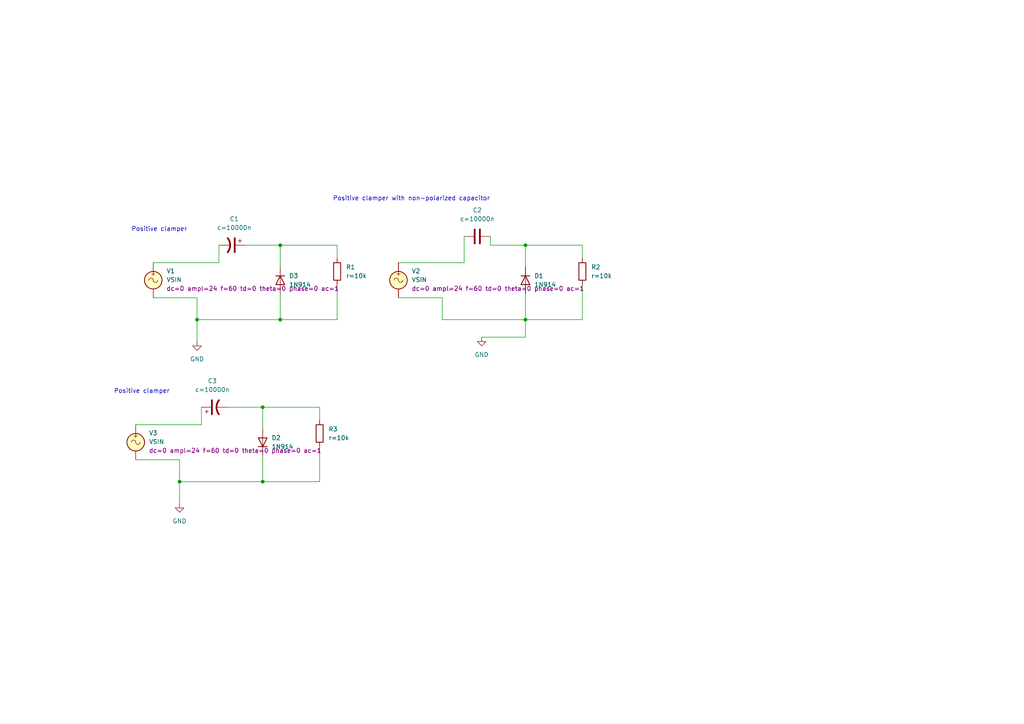
<source format=kicad_sch>
(kicad_sch (version 20230121) (generator eeschema)
  (paper "A4")
  (lib_symbols
    (symbol "Device:C" (pin_numbers hide) (pin_names (offset 0.254))
      (property "Reference" "C" (at 0.635 2.54 0))
      (property "Value" "C" (at 0.635 -2.54 0))
      (symbol "C_0_1"
        (polyline (pts (xy -2.032 -0.762) (xy 2.032 -0.762)) (stroke (width 0.508)))
        (polyline (pts (xy -2.032 0.762) (xy 2.032 0.762)) (stroke (width 0.508)))
      )
      (symbol "C_1_1"
        (pin passive line (at 0 3.81 270) (length 2.794) (name "~") (number "1"))
        (pin passive line (at 0 -3.81 90) (length 2.794) (name "~") (number "2"))
      )
    )
    (symbol "Device:C_Polarized_US" (pin_numbers hide) (pin_names (offset 0.254) hide)
      (property "Reference" "C" (at 0.635 2.54 0))
      (property "Value" "C_Polarized_US" (at 0.635 -2.54 0))
      (symbol "C_Polarized_US_0_1"
        (polyline (pts (xy -2.032 0.762) (xy 2.032 0.762)) (stroke (width 0.508)))
        (polyline (pts (xy -1.778 2.286) (xy -0.762 2.286)))
        (polyline (pts (xy -1.27 1.778) (xy -1.27 2.794)))
        (arc (start 2.032 -1.27) (mid 0 -0.5572) (end -2.032 -1.27) (stroke (width 0.508)))
      )
      (symbol "C_Polarized_US_1_1"
        (pin passive line (at 0 3.81 270) (length 2.794) (name "~") (number "1"))
        (pin passive line (at 0 -3.81 90) (length 3.302) (name "~") (number "2"))
      )
    )
    (symbol "Device:R" (pin_numbers hide) (pin_names (offset 0))
      (property "Reference" "R" (at 2.032 0 90))
      (property "Value" "R" (at 0 0 90))
      (symbol "R_0_1"
        (rectangle (start -1.016 -2.54) (end 1.016 2.54) (stroke (width 0.254)))
      )
      (symbol "R_1_1"
        (pin passive line (at 0 3.81 270) (length 1.27) (name "~") (number "1"))
        (pin passive line (at 0 -3.81 90) (length 1.27) (name "~") (number "2"))
      )
    )
    (symbol "Diode:1N914" (pin_numbers hide) (pin_names hide)
      (property "Reference" "D" (at 0 2.54 0))
      (property "Value" "1N914" (at 0 -2.54 0))
      (symbol "1N914_0_1"
        (polyline (pts (xy -1.27 1.27) (xy -1.27 -1.27)) (stroke (width 0.254)))
        (polyline (pts (xy 1.27 0) (xy -1.27 0)))
        (polyline (pts (xy 1.27 1.27) (xy 1.27 -1.27) (xy -1.27 0) (xy 1.27 1.27)) (stroke (width 0.254)))
      )
      (symbol "1N914_1_1"
        (pin passive line (at -3.81 0 0) (length 2.54) (name "K") (number "1"))
        (pin passive line (at 3.81 0 180) (length 2.54) (name "A") (number "2"))
      )
    )
    (symbol "Simulation_SPICE:VSIN" (pin_numbers hide) (pin_names (offset 0.0254))
      (property "Reference" "V" (at 2.54 2.54 0))
      (property "Value" "VSIN" (at 2.54 0 0))
      (property "Sim.Params" "dc=0 ampl=1 f=1k ac=1" (at 2.54 -2.54 0))
      (symbol "VSIN_0_0"
        (arc (start 0 0) (mid -0.635 0.6323) (end -1.27 0))
        (arc (start 0 0) (mid 0.635 -0.6323) (end 1.27 0))
        (text "+" (at 0 1.905 0) (effects (font (size 1.27 1.27))))
      )
      (symbol "VSIN_0_1"
        (circle (center 0 0) (radius 2.54) (stroke (width 0.254)) (fill (type background)))
      )
      (symbol "VSIN_1_1"
        (pin passive line (at 0 5.08 270) (length 2.54) (name "~") (number "1"))
        (pin passive line (at 0 -5.08 90) (length 2.54) (name "~") (number "2"))
      )
    )
    (symbol "power:GND" (power) (pin_names (offset 0))
      (property "Value" "GND" (at 0 -3.81 0))
      (symbol "GND_0_1"
        (polyline (pts (xy 0 0) (xy 0 -1.27) (xy 1.27 -1.27) (xy 0 -2.54) (xy -1.27 -1.27) (xy 0 -1.27)))
      )
      (symbol "GND_1_1"
        (pin power_in line (at 0 0 270) (length 0) hide (name "GND") (number "1"))
      )
    )
  )
  (junction (at 81.28 92.71))
  (junction (at 152.4 71.12))
  (junction (at 152.4 92.71))
  (junction (at 81.28 71.12))
  (junction (at 76.2 118.11))
  (junction (at 57.15 92.71))
  (junction (at 52.07 139.7))
  (junction (at 76.2 139.7))
  (wire (pts (xy 39.37 123.19) (xy 58.42 123.19)))
  (wire (pts (xy 92.71 121.92) (xy 92.71 118.11)))
  (wire (pts (xy 139.7 97.79) (xy 152.4 97.79)))
  (wire (pts (xy 63.5 76.2) (xy 63.5 71.12)))
  (wire (pts (xy 128.27 92.71) (xy 152.4 92.71)))
  (wire (pts (xy 97.79 82.55) (xy 97.79 92.71)))
  (wire (pts (xy 115.57 86.36) (xy 128.27 86.36)))
  (wire (pts (xy 66.04 118.11) (xy 76.2 118.11)))
  (wire (pts (xy 52.07 139.7) (xy 76.2 139.7)))
  (wire (pts (xy 168.91 82.55) (xy 168.91 92.71)))
  (wire (pts (xy 152.4 97.79) (xy 152.4 92.71)))
  (wire (pts (xy 81.28 85.09) (xy 81.28 92.71)))
  (wire (pts (xy 152.4 71.12) (xy 152.4 77.47)))
  (wire (pts (xy 76.2 118.11) (xy 76.2 124.46)))
  (wire (pts (xy 152.4 71.12) (xy 168.91 71.12)))
  (wire (pts (xy 52.07 139.7) (xy 52.07 146.05)))
  (wire (pts (xy 71.12 71.12) (xy 81.28 71.12)))
  (wire (pts (xy 92.71 129.54) (xy 92.71 139.7)))
  (wire (pts (xy 76.2 139.7) (xy 92.71 139.7)))
  (wire (pts (xy 44.45 86.36) (xy 57.15 86.36)))
  (wire (pts (xy 57.15 86.36) (xy 57.15 92.71)))
  (wire (pts (xy 44.45 76.2) (xy 63.5 76.2)))
  (wire (pts (xy 57.15 92.71) (xy 57.15 99.06)))
  (wire (pts (xy 52.07 133.35) (xy 52.07 139.7)))
  (wire (pts (xy 152.4 92.71) (xy 168.91 92.71)))
  (wire (pts (xy 128.27 86.36) (xy 128.27 92.71)))
  (wire (pts (xy 39.37 133.35) (xy 52.07 133.35)))
  (wire (pts (xy 152.4 85.09) (xy 152.4 92.71)))
  (wire (pts (xy 168.91 74.93) (xy 168.91 71.12)))
  (wire (pts (xy 81.28 71.12) (xy 81.28 77.47)))
  (wire (pts (xy 97.79 74.93) (xy 97.79 71.12)))
  (wire (pts (xy 142.24 68.58) (xy 142.24 71.12)))
  (wire (pts (xy 115.57 76.2) (xy 134.62 76.2)))
  (wire (pts (xy 134.62 68.58) (xy 134.62 76.2)))
  (wire (pts (xy 57.15 92.71) (xy 81.28 92.71)))
  (wire (pts (xy 76.2 118.11) (xy 92.71 118.11)))
  (wire (pts (xy 81.28 92.71) (xy 97.79 92.71)))
  (wire (pts (xy 58.42 123.19) (xy 58.42 118.11)))
  (wire (pts (xy 142.24 71.12) (xy 152.4 71.12)))
  (wire (pts (xy 81.28 71.12) (xy 97.79 71.12)))
  (wire (pts (xy 76.2 132.08) (xy 76.2 139.7)))
  (text "Positive clamper" (at 33.02 114.3 0) (effects (font (size 1.27 1.27)) (justify left bottom)))
  (text "Positive clamper with non-polarized capacitor" (at 96.52 58.42 0) (effects (font (size 1.27 1.27)) (justify left bottom)))
  (text "Positive clamper" (at 38.1 67.31 0) (effects (font (size 1.27 1.27)) (justify left bottom)))
  (symbol (lib_id "Device:C") (at 138.43 68.58 90) (unit 1)
    (property "Reference" "C2" (at 138.43 60.96 90))
    (property "Value" "${SIM.PARAMS}" (at 138.43 63.5 90))
    (property "Sim.Device" "C" (effects hide))
    (property "Sim.Params" "c=10000n" (effects hide))
    (property "Sim.Pins" "1=+ 2=-" (effects hide))
  )
  (symbol (lib_id "Diode:1N914") (at 152.4 81.28 270) (unit 1)
    (property "Reference" "D1" (at 154.94 80.01 90) (effects (justify left)))
    (property "Value" "1N914" (at 154.94 82.55 90) (effects (justify left)))
    (property "Footprint" "Diode_THT:D_DO-35_SOD27_P7.62mm_Horizontal" (effects hide))
    (property "Datasheet" "http://www.vishay.com/docs/85622/1n914.pdf" (effects hide))
    (property "Sim.Device" "D" (effects hide))
    (property "Sim.Pins" "1=K 2=A" (effects hide))
  )
  (symbol (lib_id "Simulation_SPICE:VSIN") (at 115.57 81.28 0) (unit 1)
    (property "Reference" "V2" (at 119.38 78.6102 0) (effects (justify left)))
    (property "Value" "VSIN" (at 119.38 81.1502 0) (effects (justify left)))
    (property "Datasheet" "https://ngspice.sourceforge.io/docs/ngspice-html-manual/manual.xhtml#sec_Independent_Sources_for" (effects hide))
    (property "Sim.Pins" "1=+ 2=-" (effects hide))
    (property "Sim.Params" "dc=0 ampl=24 f=60 td=0 theta=0 phase=0 ac=1" (at 119.38 83.6902 0) (effects (justify left)))
    (property "Sim.Type" "SIN" (effects hide))
    (property "Sim.Device" "V" (effects hide))
  )
  (symbol (lib_id "Device:R") (at 97.79 78.74 0) (unit 1)
    (property "Reference" "R1" (at 100.33 77.47 0) (effects (justify left)))
    (property "Value" "${SIM.PARAMS}" (at 100.33 80.01 0) (effects (justify left)))
    (property "Sim.Device" "R" (effects hide))
    (property "Sim.Type" "=" (effects hide))
    (property "Sim.Params" "r=10k" (effects hide))
    (property "Sim.Pins" "1=+ 2=-" (effects hide))
  )
  (symbol (lib_id "Device:C_Polarized_US") (at 67.31 71.12 270) (unit 1)
    (property "Reference" "C1" (at 67.945 63.5 90))
    (property "Value" "${SIM.PARAMS}" (at 67.945 66.04 90))
    (property "Sim.Device" "C" (effects hide))
    (property "Sim.Params" "c=10000n" (effects hide))
    (property "Sim.Pins" "1=+ 2=-" (effects hide))
  )
  (symbol (lib_id "power:GND") (at 52.07 146.05 0) (unit 1)
    (property "Reference" "#PWR03" (effects hide))
    (property "Value" "GND" (at 52.07 151.13 0))
  )
  (symbol (lib_id "power:GND") (at 139.7 97.79 0) (unit 1)
    (property "Reference" "#PWR02" (effects hide))
    (property "Value" "GND" (at 139.7 102.87 0))
  )
  (symbol (lib_id "Diode:1N914") (at 76.2 128.27 90) (unit 1)
    (property "Reference" "D2" (at 78.74 127 90) (effects (justify right)))
    (property "Value" "1N914" (at 78.74 129.54 90) (effects (justify right)))
    (property "Footprint" "Diode_THT:D_DO-35_SOD27_P7.62mm_Horizontal" (effects hide))
    (property "Datasheet" "http://www.vishay.com/docs/85622/1n914.pdf" (effects hide))
    (property "Sim.Device" "D" (effects hide))
    (property "Sim.Pins" "1=K 2=A" (effects hide))
  )
  (symbol (lib_id "Device:R") (at 168.91 78.74 0) (unit 1)
    (property "Reference" "R2" (at 171.45 77.47 0) (effects (justify left)))
    (property "Value" "${SIM.PARAMS}" (at 171.45 80.01 0) (effects (justify left)))
    (property "Sim.Device" "R" (effects hide))
    (property "Sim.Type" "=" (effects hide))
    (property "Sim.Params" "r=10k" (effects hide))
    (property "Sim.Pins" "1=+ 2=-" (effects hide))
  )
  (symbol (lib_id "Simulation_SPICE:VSIN") (at 44.45 81.28 0) (unit 1)
    (property "Reference" "V1" (at 48.26 78.6102 0) (effects (justify left)))
    (property "Value" "VSIN" (at 48.26 81.1502 0) (effects (justify left)))
    (property "Datasheet" "https://ngspice.sourceforge.io/docs/ngspice-html-manual/manual.xhtml#sec_Independent_Sources_for" (effects hide))
    (property "Sim.Pins" "1=+ 2=-" (effects hide))
    (property "Sim.Params" "dc=0 ampl=24 f=60 td=0 theta=0 phase=0 ac=1" (at 48.26 83.6902 0) (effects (justify left)))
    (property "Sim.Type" "SIN" (effects hide))
    (property "Sim.Device" "V" (effects hide))
  )
  (symbol (lib_id "power:GND") (at 57.15 99.06 0) (unit 1)
    (property "Reference" "#PWR01" (effects hide))
    (property "Value" "GND" (at 57.15 104.14 0))
  )
  (symbol (lib_id "Device:C_Polarized_US") (at 62.23 118.11 90) (unit 1)
    (property "Reference" "C3" (at 61.595 110.49 90))
    (property "Value" "${SIM.PARAMS}" (at 61.595 113.03 90))
    (property "Sim.Device" "C" (effects hide))
    (property "Sim.Params" "c=10000n" (effects hide))
    (property "Sim.Pins" "1=+ 2=-" (effects hide))
  )
  (symbol (lib_id "Device:R") (at 92.71 125.73 0) (unit 1)
    (property "Reference" "R3" (at 95.25 124.46 0) (effects (justify left)))
    (property "Value" "${SIM.PARAMS}" (at 95.25 127 0) (effects (justify left)))
    (property "Sim.Device" "R" (effects hide))
    (property "Sim.Type" "=" (effects hide))
    (property "Sim.Params" "r=10k" (effects hide))
    (property "Sim.Pins" "1=+ 2=-" (effects hide))
  )
  (symbol (lib_id "Simulation_SPICE:VSIN") (at 39.37 128.27 0) (unit 1)
    (property "Reference" "V3" (at 43.18 125.6002 0) (effects (justify left)))
    (property "Value" "VSIN" (at 43.18 128.1402 0) (effects (justify left)))
    (property "Datasheet" "https://ngspice.sourceforge.io/docs/ngspice-html-manual/manual.xhtml#sec_Independent_Sources_for" (effects hide))
    (property "Sim.Pins" "1=+ 2=-" (effects hide))
    (property "Sim.Params" "dc=0 ampl=24 f=60 td=0 theta=0 phase=0 ac=1" (at 43.18 130.6802 0) (effects (justify left)))
    (property "Sim.Type" "SIN" (effects hide))
    (property "Sim.Device" "V" (effects hide))
  )
  (symbol (lib_id "Diode:1N914") (at 81.28 81.28 270) (unit 1)
    (property "Reference" "D3" (at 83.82 80.01 90) (effects (justify left)))
    (property "Value" "1N914" (at 83.82 82.55 90) (effects (justify left)))
    (property "Footprint" "Diode_THT:D_DO-35_SOD27_P7.62mm_Horizontal" (effects hide))
    (property "Datasheet" "http://www.vishay.com/docs/85622/1n914.pdf" (effects hide))
    (property "Sim.Device" "D" (effects hide))
    (property "Sim.Pins" "1=K 2=A" (effects hide))
  )
)
</source>
